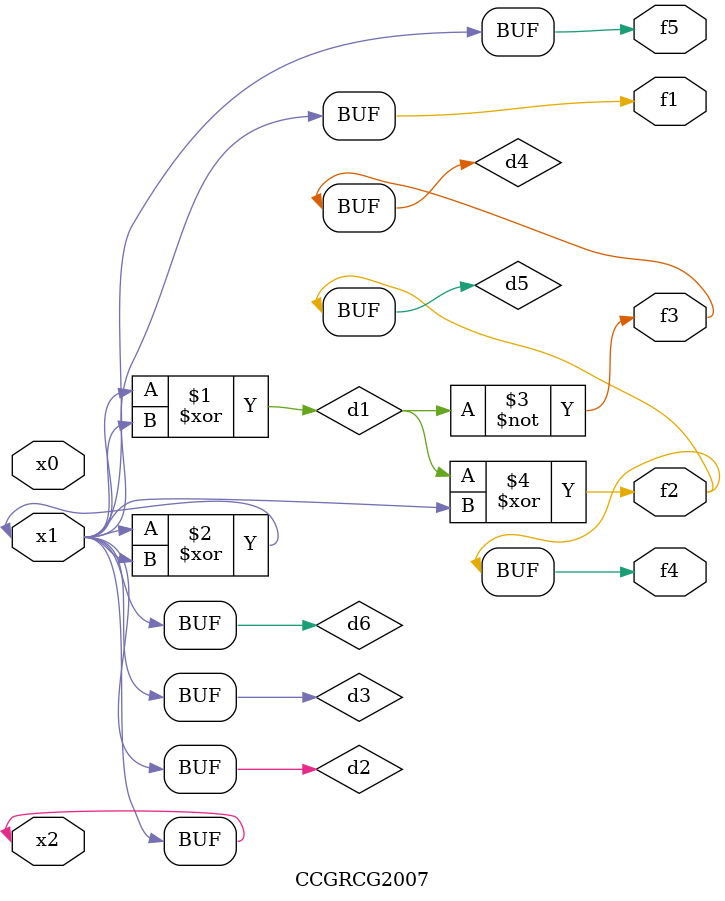
<source format=v>
module CCGRCG2007(
	input x0, x1, x2,
	output f1, f2, f3, f4, f5
);

	wire d1, d2, d3, d4, d5, d6;

	xor (d1, x1, x2);
	buf (d2, x1, x2);
	xor (d3, x1, x2);
	nor (d4, d1);
	xor (d5, d1, d2);
	buf (d6, d2, d3);
	assign f1 = d6;
	assign f2 = d5;
	assign f3 = d4;
	assign f4 = d5;
	assign f5 = d6;
endmodule

</source>
